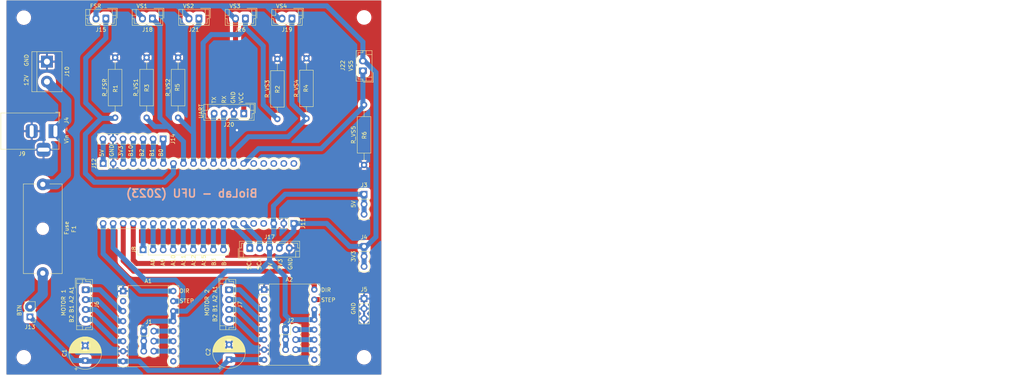
<source format=kicad_pcb>
(kicad_pcb (version 20221018) (generator pcbnew)
  (layers (0 "F.Cu" signal) (31 "B.Cu" signal) (34 "B.Paste" user) (35 "F.Paste" user) (36 "B.SilkS" user "B.Silkscreen") (37 "F.SilkS" user "F.Silkscreen") (38 "B.Mask" user) (39 "F.Mask" user) (44 "Edge.Cuts" user))
  (net 0 "")
  (net 2 "Net-(A1-A2)")
  (net 3 "Net-(A1-A1)")
  (net 4 "Net-(A1-B1)")
  (net 5 "Net-(A1-B2)")
  (net 6 "/12V")
  (net 8 "Net-(A1-M1)")
  (net 9 "/5V")
  (net 10 "/M1_STEP")
  (net 11 "/M1_DIR")
  (net 13 "Net-(A2-A2)")
  (net 14 "Net-(A2-A1)")
  (net 15 "Net-(A2-B1)")
  (net 16 "Net-(A2-B2)")
  (net 18 "Net-(A2-M1)")
  (net 19 "/M2_STEP")
  (net 20 "/M2_DIR")
  (net 21 "/Vin")
  (net 22 "/3v3")
  (net 23 "/MPU_SCA")
  (net 24 "/MPU_SCL")
  (net 25 "/FSR")
  (net 26 "/VS1")
  (net 27 "/VS2")
  (net 28 "/VS3")
  (net 29 "/VS4")
  (net 30 "/VS5")
  (net 31 "Net-(J13-Pin_2)")
  (net 32 "Net-(J11-Pin_16)")
  (net 33 "Net-(J11-Pin_15)")
  (net 34 "Net-(J11-Pin_14)")
  (net 35 "Net-(J11-Pin_13)")
  (net 36 "Net-(J11-Pin_12)")
  (net 37 "Net-(J11-Pin_11)")
  (net 38 "Net-(J11-Pin_10)")
  (net 39 "Net-(J11-Pin_9)")
  (net 40 "Net-(J11-Pin_8)")
  (net 46 "GND")
  (net 47 "Net-(J12-Pin_1)")
  (net 48 "Net-(J12-Pin_3)")
  (net 49 "Net-(J12-Pin_4)")
  (net 50 "Net-(J12-Pin_5)")
  (net 51 "Net-(J12-Pin_6)")
  (net 52 "/UART_TX")
  (net 53 "/UART_RX")
  (net 54 "/SW2")
  (net 55 "/SW1")
  (net 56 "Net-(J12-Pin_7)")
  (net 57 "/M0_1")
  (net 58 "/M2_1")
  (net 59 "/M0_2")
  (net 60 "/M2_2")
  (footprint "MountingHole:MountingHole_3.2mm_M3" (layer "F.Cu") (at 192.075 51.245625)
    (fp_text reference "H1" hide)
    (fp_text value "MountingHole")
  )
  (footprint "Module:Pololu_Breakout-16_15.2x20.3mm" (layer "F.Cu") (at 131.0825 120.615604)
    (fp_text reference "A1")
    (fp_text value "Pololu_Breakout_DRV8825")
  )
  (footprint "Connector_JST:JST_EH_B2B-EH-A_1x02_P2.50mm_Vertical" (layer "F.Cu") (at 150.26 51.545625 180)
    (fp_text reference "J21")
    (fp_text value "VS2")
  )
  (footprint "Resistor_THT:R_Axial_DIN0309_L9.0mm_D3.2mm_P15.24mm_Horizontal" (layer "F.Cu") (at 129.06 61.4172 -90)
    (fp_text reference "R1")
    (fp_text value "R_FSR")
  )
  (footprint "Resistor_THT:R_Axial_DIN0309_L9.0mm_D3.2mm_P15.24mm_Horizontal" (layer "F.Cu") (at 170.13392 61.7474 -90)
    (fp_text reference "R2")
    (fp_text value "R_VS3")
  )
  (footprint "Fuse:Fuseholder_Cylinder-5x20mm_Schurter_0031_8201_Horizontal_Open" (layer "F.Cu") (at 110.745 93.557 -90)
    (fp_text reference "F1")
    (fp_text value "Fuse")
  )
  (footprint "Connector_JST:JST_EH_B2B-EH-A_1x02_P2.50mm_Vertical" (layer "F.Cu") (at 191.775 64.77052 90)
    (fp_text reference "J22")
    (fp_text value "VS5")
  )
  (footprint "Connector_PinHeader_2.54mm:PinHeader_2x03_P2.54mm_Vertical" (layer "F.Cu") (at 172.22 130.38)
    (fp_text reference "J2")
    (fp_text value "Step_Select2")
  )
  (footprint "Capacitor_THT:CP_Radial_D8.0mm_P3.80mm" (layer "F.Cu") (at 121.49 138.222651 90)
    (fp_text reference "C1")
    (fp_text value "100uF")
  )
  (footprint "Connector_PinHeader_2.54mm:PinHeader_1x07_P2.54mm_Vertical" (layer "F.Cu") (at 141.22 82.05 -90)
    (fp_text reference "J14")
    (fp_text value "Conn_Ext2")
  )
  (footprint "Resistor_THT:R_Axial_DIN0309_L9.0mm_D3.2mm_P15.24mm_Horizontal" (layer "F.Cu") (at 177.4952 61.6204 -90)
    (fp_text reference "R4")
    (fp_text value "R_VS4")
  )
  (footprint "Connector_JST:JST_EH_B4B-EH-A_1x04_P2.50mm_Vertical" (layer "F.Cu") (at 157.88 120.280302 -90)
    (fp_text reference "J7")
    (fp_text value "MOTOR2")
  )
  (footprint "Connector_JST:JST_EH_B4B-EH-A_1x04_P2.50mm_Vertical" (layer "F.Cu") (at 121.6025 120.280302 -90)
    (fp_text reference "J6")
    (fp_text value "MOTOR1")
  )
  (footprint "Connector_PinHeader_2.54mm:PinHeader_1x02_P2.54mm_Vertical" (layer "F.Cu") (at 107.495 127.146 180)
    (fp_text reference "J13")
    (fp_text value "Btn_OnOff")
  )
  (footprint "Connector_PinHeader_2.54mm:PinHeader_1x03_P2.54mm_Vertical" (layer "F.Cu") (at 192.075 122.5101)
    (fp_text reference "J5")
    (fp_text value "Conn_Ext_GND")
  )
  (footprint "Connector_PinHeader_2.54mm:PinHeader_1x03_P2.54mm_Vertical" (layer "F.Cu") (at 192.075 96.06031)
    (fp_text reference "J3")
    (fp_text value "Conn_Ex_5V")
  )
  (footprint "Connector_JST:JST_EH_B2B-EH-A_1x02_P2.50mm_Vertical" (layer "F.Cu") (at 173.81 51.545625 180)
    (fp_text reference "J19")
    (fp_text value "VS4")
  )
  (footprint "Connector_JST:JST_EH_B2B-EH-A_1x02_P2.50mm_Vertical" (layer "F.Cu") (at 162.035 51.545625 180)
    (fp_text reference "J16")
    (fp_text value "VS3")
  )
  (footprint "Connector_PinHeader_2.54mm:PinHeader_1x09_P2.54mm_Vertical" (layer "F.Cu") (at 136.15 110.15 90)
    (fp_text reference "J8")
    (fp_text value "Conn_Extra")
  )
  (footprint "MountingHole:MountingHole_3.2mm_M3" (layer "F.Cu") (at 105.945 137.385)
    (fp_text reference "H3" hide)
    (fp_text value "MountingHole")
  )
  (footprint "Connector_BarrelJack:BarrelJack_Horizontal" (layer "F.Cu") (at 113.94 80.068)
    (fp_text reference "J9")
    (fp_text value "Font")
  )
  (footprint "Connector_PinHeader_2.54mm:PinHeader_2x03_P2.54mm_Vertical" (layer "F.Cu") (at 136.305 130.755)
    (fp_text reference "J1")
    (fp_text value "Step_Select1")
  )
  (footprint "TerminalBlock:TerminalBlock_bornier-2_P5.08mm" (layer "F.Cu") (at 111.795 62.454 -90)
    (fp_text reference "J10")
    (fp_text value "VIN")
  )
  (footprint "MountingHole:MountingHole_3.2mm_M3" (layer "F.Cu") (at 192.075 137.385)
    (fp_text reference "H4" hide)
    (fp_text value "MountingHole")
  )
  (footprint "MountingHole:MountingHole_3.2mm_M3" (layer "F.Cu") (at 105.945 51.305)
    (fp_text reference "H2" hide)
    (fp_text value "MountingHole")
  )
  (footprint "Capacitor_THT:CP_Radial_D8.0mm_P3.80mm" (layer "F.Cu") (at 157.88 137.972651 90)
    (fp_text reference "C2")
    (fp_text value "100uF")
  )
  (footprint "Resistor_THT:R_Axial_DIN0309_L9.0mm_D3.2mm_P15.24mm_Horizontal" (layer "F.Cu") (at 192.075 88.635415 90)
    (fp_text reference "R6")
    (fp_text value "R_VS5")
  )
  (footprint "Resistor_THT:R_Axial_DIN0309_L9.0mm_D3.2mm_P15.24mm_Horizontal" (layer "F.Cu") (at 145.00176 61.4172 -90)
    (fp_text reference "R5")
    (fp_text value "R_VS2")
  )
  (footprint "Connector_PinHeader_2.54mm:PinHeader_1x20_P2.54mm_Vertical" (layer "F.Cu") (at 174.29 103.47 -90)
    (fp_text reference "J11")
    (fp_text value "STM32F4")
  )
  (footprint "Resistor_THT:R_Axial_DIN0309_L9.0mm_D3.2mm_P15.24mm_Horizontal" (layer "F.Cu") (at 137.03088 61.4172 -90)
    (fp_text reference "R3")
    (fp_text value "R_VS1")
  )
  (footprint "Connector_JST:JST_EH_B4B-EH-A_1x04_P2.50mm_Vertical" (layer "F.Cu") (at 161.62264 75.6072 180)
    (fp_text reference "J20")
    (fp_text value "UART")
  )
  (footprint "Module:Pololu_Breakout-16_15.2x20.3mm" (layer "F.Cu") (at 166.78 120.230302)
    (fp_text reference "A2")
    (fp_text value "Pololu_Breakout_DRV8825")
  )
  (footprint "Connector_PinHeader_2.54mm:PinHeader_1x03_P2.54mm_Vertical" (layer "F.Cu") (at 192.075 109.285205)
    (fp_text reference "J4")
    (fp_text value "Conn_Ex_3v3")
  )
  (footprint "Connector_JST:JST_EH_B5B-EH-A_1x05_P2.50mm_Vertical" (layer "F.Cu") (at 163.14 109.7)
    (fp_text reference "J17")
    (fp_text value "MPU")
  )
  (footprint "Connector_PinHeader_2.54mm:PinHeader_1x20_P2.54mm_Vertical" (layer "F.Cu") (at 126.04 88.27 90)
    (fp_text reference "J12")
    (fp_text value "STM32F4")
  )
  (footprint "Connector_JST:JST_EH_B2B-EH-A_1x02_P2.50mm_Vertical" (layer "F.Cu") (at 126.71 51.545625 180)
    (fp_text reference "J15")
    (fp_text value "FSR")
  )
  (footprint "Connector_JST:JST_EH_B2B-EH-A_1x02_P2.50mm_Vertical" (layer "F.Cu") (at 138.485 51.545625 180)
    (fp_text reference "J18")
    (fp_text value "VS1")
  )
  (gr_rect (start 101.52 46.88) (end 196.5 141.81) (stroke (width 0.1)) (fill none) (layer "Edge.Cuts"))
  (gr_text "BioLab - UFU (2023)" (at 165.354 97.028) (layer "B.SilkS") (effects (font (size 2 2) (thickness 0.4) bold) (justify left bottom mirror)))
  (gr_text "Fuse\n" (at 117.348 106.426 90) (layer "F.SilkS") (effects (font (size 1 1)) (justify left bottom)))
  (gr_text "B2" (at 154.94 128.524 90) (layer "F.SilkS") (effects (font (size 1 1)) (justify left bottom)))
  (gr_text "BTN" (at 105.41 127 90) (layer "F.SilkS") (effects (font (size 1 1)) (justify left bottom)))
  (gr_text "VS4\n" (at 169.7 48.9712) (layer "F.SilkS") (effects (font (size 1 1)) (justify left bottom)))
  (gr_text "R_FSR\n" (at 127 71.410415 90) (layer "F.SilkS") (effects (font (size 1 1)) (justify left bottom)))
  (gr_text "R_VS3\n" (at 168.148 71.716805 90) (layer "F.SilkS") (effects (font (size 1 1)) (justify left bottom)))
  (gr_text "TX" (at 154.686 73.152 90) (layer "F.SilkS") (effects (font (size 1 1)) (justify left bottom)))
  (gr_text "A10" (at 144.34457 114.3 90) (layer "F.SilkS") (effects (font (size 1 1)) (justify left bottom)))
  (gr_text "B0" (at 141.224 86.614 90) (layer "F.SilkS") (effects (font (size 1 1)) (justify left bottom)))
  (gr_text "B2" (at 136.398 86.614 90) (layer "F.SilkS") (effects (font (size 1 1)) (justify left bottom)))
  (gr_text "R_VS5\n" (at 189.9666 83.36482 90) (layer "F.SilkS") (effects (font (size 1 1)) (justify left bottom)))
  (gr_text "DIR" (at 145.288 121.158) (layer "F.SilkS") (effects (font (size 1 1)) (justify left bottom)))
  (gr_text "STEP" (at 145.288 123.698) (layer "F.SilkS") (effects (font (size 1 1)) (justify left bottom)))
  (gr_text "A15" (at 152.073425 114.3 90) (layer "F.SilkS") (effects (font (size 1 1)) (justify left bottom)))
  (gr_text "VS5\n" (at 189.3062 64.9732 90) (layer "F.SilkS") (effects (font (size 1 1)) (justify left bottom)))
  (gr_text "VS1\n" (at 134.375 48.9712) (layer "F.SilkS") (effects (font (size 1 1)) (justify left bottom)))
  (gr_text "SCL" (at 163.576 115.316 90) (layer "F.SilkS") (effects (font (size 1 1)) (justify left bottom)))
  (gr_text "SCA" (at 166.116 115.316 90) (layer "F.SilkS") (effects (font (size 1 1)) (justify left bottom)))
  (gr_text "RX" (at 157.226 73.152 90) (layer "F.SilkS") (effects (font (size 1 1)) (justify left bottom)))
  (gr_text "VCC" (at 161.544 73.152 90) (layer "F.SilkS") (effects (font (size 1 1)) (justify left bottom)))
  (gr_text "A1" (at 154.94 121.158 90) (layer "F.SilkS") (effects (font (size 1 1)) (justify left bottom)))
  (gr_text "DIR" (at 181.102 120.904) (layer "F.SilkS") (effects (font (size 1 1)) (justify left bottom)))
  (gr_text "12V\n" (at 107.1626 68.6816 90) (layer "F.SilkS") (effects (font (size 1 1)) (justify left bottom)))
  (gr_text "B1" (at 154.94 126.021047 90) (layer "F.SilkS") (effects (font (size 1 1)) (justify left bottom)))
  (gr_text "A2" (at 118.618 123.698 90) (layer "F.SilkS") (effects (font (size 1 1)) (justify left bottom)))
  (gr_text "R_VS1\n" (at 134.874 71.386605 90) (layer "F.SilkS") (effects (font (size 1 1)) (justify left bottom)))
  (gr_text "GND" (at 159.512 73.152 90) (layer "F.SilkS") (effects (font (size 1 1)) (justify left bottom)))
  (gr_text "A9" (at 141.768285 114.3 90) (layer "F.SilkS") (effects (font (size 1 1)) (justify left bottom)))
  (gr_text "A2" (at 154.94 123.518095 90) (layer "F.SilkS") (effects (font (size 1 1)) (justify left bottom)))
  (gr_text "GND\n" (at 107.2134 63.7286 90) (layer "F.SilkS") (effects (font (size 1 1)) (justify left bottom)))
  (gr_text "B1" (at 138.938 86.614 90) (layer "F.SilkS") (effects (font (size 1 1)) (justify left bottom)))
  (gr_text "B3" (at 154.64971 114.3 90) (layer "F.SilkS") (effects (font (size 1 1)) (justify left bottom)))
  (gr_text "3V3" (at 131.064 86.614 90) (layer "F.SilkS") (effects (font (size 1 1)) (justify left bottom)))
  (gr_text "R_VS4\n" (at 175.514 71.589805 90) (layer "F.SilkS") (effects (font (size 1 1)) (justify left bottom)))
  (gr_text "STEP" (at 181.102 123.444) (layer "F.SilkS") (effects (font (size 1 1)) (justify left bottom)))
  (gr_text "VS3\n" (at 157.925 48.9712) (layer "F.SilkS") (effects (font (size 1 1)) (justify left bottom)))
  (gr_text "B4" (at 157.226 114.3 90) (layer "F.SilkS") (effects (font (size 1 1)) (justify left bottom)))
  (gr_text "GND\n" (at 189.9666 126.64641 90) (layer "F.SilkS") (effects (font (size 1 1)) (justify left bottom)))
  (gr_text "B2" (at 118.618 128.703905 90) (layer "F.SilkS") (effects (font (size 1 1)) (justify left bottom)))
  (gr_text "MOTOR 1" (at 116.586 127 90) (layer "F.SilkS") (effects (font (size 1 1)) (justify left bottom)))
  (gr_text "GND" (at 128.778 86.614 90) (layer "F.SilkS") (effects (font (size 1 1)) (justify left bottom)))
  (gr_text "B10" (at 133.604 86.614 90) (layer "F.SilkS") (effects (font (size 1 1)) (justify left bottom)))
  (gr_text "VS2\n" (at 146.15 48.9712) (layer "F.SilkS") (effects (font (size 1 1)) (justify left bottom)))
  (gr_text "A1" (at 118.618 121.337905 90) (layer "F.SilkS") (effects (font (size 1 1)) (justify left bottom)))
  (gr_text "Vin - J4\n" (at 117.348 83.312 90) (layer "F.SilkS") (effects (font (size 1 1)) (justify left bottom)))
  (gr_text "A12" (at 149.49714 114.3 90) (layer "F.SilkS") (effects (font (size 1 1)) (justify left bottom)))
  (gr_text "3V3" (at 171.45 115.316 90) (layer "F.SilkS") (effects (font (size 1 1)) (justify left bottom)))
  (gr_text "R_VS2\n" (at 143.002 71.386605 90) (layer "F.SilkS") (effects (font (size 1 1)) (justify left bottom)))
  (gr_text "A8" (at 139.192 114.3 90) (layer "F.SilkS") (effects (font (size 1 1)) (justify left bottom)))
  (gr_text "3V3\n" (at 189.9666 113.278658 90) (layer "F.SilkS") (effects (font (size 1 1)) (justify left bottom)))
  (gr_text "UART\n" (at 151.384 76.962 90) (layer "F.SilkS") (effects (font (size 1 1)) (justify left bottom)))
  (gr_text "5V" (at 168.91 115.316 90) (layer "F.SilkS") (effects (font (size 1 1)) (justify left bottom)))
  (gr_text "5V\n" (at 189.9666 99.577572 90) (layer "F.SilkS") (effects (font (size 1 1)) (justify left bottom)))
  (gr_text "B1" (at 118.618 126.200952 90) (layer "F.SilkS") (effects (font (size 1 1)) (justify left bottom)))
  (gr_text "FSR\n" (at 122.6 48.9712) (layer "F.SilkS") (effects (font (size 1 1)) (justify left bottom)))
  (gr_text "GND" (at 173.99 115.316 90) (layer "F.SilkS") (effects (font (size 1 1)) (justify left bottom)))
  (gr_text "A11" (at 146.920855 114.3 90) (layer "F.SilkS") (effects (font (size 1 1)) (justify left bottom)))
  (gr_text "5V" (at 126.238 86.614 90) (layer "F.SilkS") (effects (font (size 1 1)) (justify left bottom)))
  (gr_text "MOTOR 2" (at 152.908 127 90) (layer "F.SilkS") (effects (font (size 1 1)) (justify left bottom)))
  (segment (start 125.220302 120.280302) (end 130.635604 125.695604) (width 1.27) (layer "B.Cu") (net 2))
  (segment (start 121.6025 120.280302) (end 125.220302 120.280302) (width 1.27) (layer "B.Cu") (net 2))
  (segment (start 130.635604 125.695604) (end 131.0825 125.695604) (width 1.27) (layer "B.Cu") (net 2))
  (segment (start 121.6025 122.780302) (end 124.500302 122.780302) (width 1.27) (layer "B.Cu") (net 3))
  (segment (start 124.500302 122.780302) (end 129.955604 128.235604) (width 1.27) (layer "B.Cu") (net 3))
  (segment (start 129.955604 128.235604) (end 131.0825 128.235604) (width 1.27) (layer "B.Cu") (net 3))
  (segment (start 124.030302 125.280302) (end 129.525604 130.775604) (width 1.27) (layer "B.Cu") (net 4))
  (segment (start 121.6025 125.280302) (end 124.030302 125.280302) (width 1.27) (layer "B.Cu") (net 4))
  (segment (start 129.525604 130.775604) (end 131.0825 130.775604) (width 1.27) (layer "B.Cu") (net 4))
  (segment (start 121.6025 127.780302) (end 123.540302 127.780302) (width 1.27) (layer "B.Cu") (net 5))
  (segment (start 129.075604 133.315604) (end 131.0825 133.315604) (width 1.27) (layer "B.Cu") (net 5))
  (segment (start 123.540302 127.780302) (end 129.075604 133.315604) (width 1.27) (layer "B.Cu") (net 5))
  (segment (start 118.571651 138.222651) (end 107.495 127.146) (width 1.27) (layer "B.Cu") (net 6))
  (segment (start 155.162651 140.69) (end 157.88 137.972651) (width 1.27) (layer "B.Cu") (net 6))
  (segment (start 121.662953 138.395604) (end 121.49 138.222651) (width 1.27) (layer "B.Cu") (net 6))
  (segment (start 135.165604 138.395604) (end 137.46 140.69) (width 1.27) (layer "B.Cu") (net 6))
  (segment (start 131.0825 138.395604) (end 135.165604 138.395604) (width 1.27) (layer "B.Cu") (net 6))
  (segment (start 157.88 137.972651) (end 166.742349 137.972651) (width 1.27) (layer "B.Cu") (net 6))
  (segment (start 131.0825 138.395604) (end 121.662953 138.395604) (width 1.27) (layer "B.Cu") (net 6))
  (segment (start 137.46 140.69) (end 155.162651 140.69) (width 1.27) (layer "B.Cu") (net 6))
  (segment (start 121.49 138.222651) (end 118.571651 138.222651) (width 1.27) (layer "B.Cu") (net 6))
  (segment (start 166.742349 137.972651) (end 166.78 138.010302) (width 1.27) (layer "B.Cu") (net 6))
  (segment (start 138.845 133.295) (end 143.761896 133.295) (width 1.27) (layer "B.Cu") (net 8))
  (segment (start 143.761896 133.295) (end 143.7825 133.315604) (width 1.27) (layer "B.Cu") (net 8))
  (segment (start 147.049596 125.695604) (end 157.226 115.5192) (width 1.27) (layer "B.Cu") (net 9))
  (segment (start 136.305 130.755) (end 136.305 129.565) (width 1.27) (layer "B.Cu") (net 9))
  (segment (start 143.7825 125.695604) (end 147.049596 125.695604) (width 1.27) (layer "B.Cu") (net 9))
  (segment (start 179.48 127.850302) (end 179.48 125.310302) (width 1.27) (layer "B.Cu") (net 9))
  (segment (start 169.13 99.04) (end 172.10969 96.06031) (width 1.27) (layer "B.Cu") (net 9))
  (segment (start 172.10969 96.06031) (end 192.075 96.06031) (width 1.27) (layer "B.Cu") (net 9))
  (segment (start 172.22 128.95) (end 173.319698 127.850302) (width 1.27) (layer "B.Cu") (net 9))
  (segment (start 172.22 130.38) (end 172.22 128.95) (width 1.27) (layer "B.Cu") (net 9))
  (segment (start 168.14 109.7) (end 168.14 107.37) (width 1.27) (layer "B.Cu") (net 9))
  (segment (start 169.21 106.3) (end 169.21 103.47) (width 1.27) (layer "B.Cu") (net 9))
  (segment (start 169.21 103.47) (end 169.13 103.39) (width 1.27) (layer "B.Cu") (net 9))
  (segment (start 168.14 109.7) (end 168.14 112.98) (width 1.27) (layer "B.Cu") (net 9))
  (segment (start 165.6008 115.5192) (end 168.14 112.98) (width 1.27) (layer "B.Cu") (net 9))
  (segment (start 169.13 103.39) (end 169.13 99.04) (width 1.27) (layer "B.Cu") (net 9))
  (segment (start 136.305 135.835) (end 136.305 133.295) (width 1.27) (layer "B.Cu") (net 9))
  (segment (start 137.634396 128.235604) (end 143.7825 128.235604) (width 1.27) (layer "B.Cu") (net 9))
  (segment (start 173.319698 127.850302) (end 179.48 127.850302) (width 1.27) (layer "B.Cu") (net 9))
  (segment (start 172.22 135.46) (end 172.22 132.92) (width 1.27) (layer "B.Cu") (net 9))
  (segment (start 143.7825 128.235604) (end 143.7825 125.695604) (width 1.27) (layer "B.Cu") (net 9))
  (segment (start 168.14 107.37) (end 169.21 106.3) (width 1.27) (layer "B.Cu") (net 9))
  (segment (start 157.226 115.5192) (end 165.6008 115.5192) (width 1.27) (layer "B.Cu") (net 9))
  (segment (start 192.075 101.14031) (end 192.075 98.60031) (width 1.27) (layer "B.Cu") (net 9))
  (segment (start 136.305 129.565) (end 137.634396 128.235604) (width 1.27) (layer "B.Cu") (net 9))
  (segment (start 168.14 112.98) (end 172.1 116.94) (width 1.27) (layer "B.Cu") (net 9))
  (segment (start 172.22 130.38) (end 172.22 132.92) (width 1.27) (layer "B.Cu") (net 9))
  (segment (start 172.1 126.630604) (end 173.319698 127.850302) (width 1.27) (layer "B.Cu") (net 9))
  (segment (start 136.305 133.295) (end 136.305 130.755) (width 1.27) (layer "B.Cu") (net 9))
  (segment (start 172.1 116.94) (end 172.1 126.630604) (width 1.27) (layer "B.Cu") (net 9))
  (segment (start 192.075 96.06031) (end 192.075 98.60031) (width 1.27) (layer "B.Cu") (net 9))
  (segment (start 144.34 117.8) (end 136.67 117.8) (width 1.27) (layer "B.Cu") (net 10))
  (segment (start 128.57 109.7) (end 128.57 103.47) (width 1.27) (layer "B.Cu") (net 10))
  (segment (start 143.7825 123.155604) (end 145.654396 123.155604) (width 1.27) (layer "B.Cu") (net 10))
  (segment (start 146.21 122.6) (end 146.21 119.67) (width 1.27) (layer "B.Cu") (net 10))
  (segment (start 145.654396 123.155604) (end 146.21 122.6) (width 1.27) (layer "B.Cu") (net 10))
  (segment (start 146.21 119.67) (end 144.34 117.8) (width 1.27) (layer "B.Cu") (net 10))
  (segment (start 136.67 117.8) (end 128.57 109.7) (width 1.27) (layer "B.Cu") (net 10))
  (segment (start 126.03 111.15) (end 135.495604 120.615604) (width 1.27) (layer "B.Cu") (net 11))
  (segment (start 126.03 103.47) (end 126.03 111.15) (width 1.27) (layer "B.Cu") (net 11))
  (segment (start 135.495604 120.615604) (end 143.7825 120.615604) (width 1.27) (layer "B.Cu") (net 11))
  (segment (start 165.610302 125.310302) (end 160.580302 120.280302) (width 1.27) (layer "B.Cu") (net 13))
  (segment (start 160.580302 120.280302) (end 157.88 120.280302) (width 1.27) (layer "B.Cu") (net 13))
  (segment (start 166.78 125.310302) (end 165.610302 125.310302) (width 1.27) (layer "B.Cu") (net 13))
  (segment (start 160.390302 122.780302) (end 157.88 122.780302) (width 1.27) (layer "B.Cu") (net 14))
  (segment (start 166.78 127.850302) (end 165.460302 127.850302) (width 1.27) (layer "B.Cu") (net 14))
  (segment (start 165.460302 127.850302) (end 160.390302 122.780302) (width 1.27) (layer "B.Cu") (net 14))
  (segment (start 166.78 130.390302) (end 165.200302 130.390302) (width 1.27) (layer "B.Cu") (net 15))
  (segment (start 160.090302 125.280302) (end 157.88 125.280302) (width 1.27) (layer "B.Cu") (net 15))
  (segment (start 165.200302 130.390302) (end 160.090302 125.280302) (width 1.27) (layer "B.Cu") (net 15))
  (segment (start 164.750302 132.930302) (end 166.78 132.930302) (width 1.27) (layer "B.Cu") (net 16))
  (segment (start 159.600302 127.780302) (end 164.750302 132.930302) (width 1.27) (layer "B.Cu") (net 16))
  (segment (start 157.88 127.780302) (end 159.600302 127.780302) (width 1.27) (layer "B.Cu") (net 16))
  (segment (start 179.469698 132.92) (end 179.48 132.930302) (width 1.27) (layer "B.Cu") (net 18))
  (segment (start 174.76 132.92) (end 179.469698 132.92) (width 1.27) (layer "B.Cu") (net 18))
  (segment (start 182.63 121.37) (end 181.229698 122.770302) (width 1.27) (layer "F.Cu") (net 19))
  (segment (start 134.5242 113.6142) (end 179.7842 113.6142) (width 1.27) (layer "F.Cu") (net 19))
  (segment (start 133.65 103.47) (end 133.65 112.74) (width 1.27) (layer "F.Cu") (net 19))
  (segment (start 181.229698 122.770302) (end 179.48 122.770302) (width 1.27) (layer "F.Cu") (net 19))
  (segment (start 133.65 112.74) (end 134.5242 113.6142) (width 1.27) (layer "F.Cu") (net 19))
  (segment (start 179.7842 113.6142) (end 182.63 116.46) (width 1.27) (layer "F.Cu") (net 19))
  (segment (start 182.63 116.46) (end 182.63 121.37) (width 1.27) (layer "F.Cu") (net 19))
  (segment (start 179.48 118.94) (end 176.11 115.57) (width 1.27) (layer "F.Cu") (net 20))
  (segment (start 133.74 115.57) (end 131.11 112.94) (width 1.27) (layer "F.Cu") (net 20))
  (segment (start 176.11 115.57) (end 133.74 115.57) (width 1.27) (layer "F.Cu") (net 20))
  (segment (start 179.48 120.230302) (end 179.48 118.94) (width 1.27) (layer "F.Cu") (net 20))
  (segment (start 131.11 112.94) (end 131.11 103.47) (width 1.27) (layer "F.Cu") (net 20))
  (segment (start 113.94 80.068) (end 116.72 77.288) (width 2.54) (layer "B.Cu") (net 21))
  (segment (start 116.61 82.738) (end 113.94 80.068) (width 2.54) (layer "B.Cu") (net 21))
  (segment (start 116.72 77.288) (end 116.72 72.459) (width 2.54) (layer "B.Cu") (net 21))
  (segment (start 114.073 93.557) (end 116.61 91.02) (width 2.54) (layer "B.Cu") (net 21))
  (segment (start 110.745 93.557) (end 114.073 93.557) (width 2.54) (layer "B.Cu") (net 21))
  (segment (start 116.72 72.459) (end 111.795 67.534) (width 2.54) (layer "B.Cu") (net 21))
  (segment (start 116.61 91.02) (end 116.61 82.738) (width 2.54) (layer "B.Cu") (net 21))
  (segment (start 159.535 71.0414) (end 159.535 51.545625) (width 1.27) (layer "F.Cu") (net 22))
  (segment (start 161.62264 73.12904) (end 159.535 71.0414) (width 1.27) (layer "F.Cu") (net 22))
  (segment (start 161.62264 75.6072) (end 161.62264 73.12904) (width 1.27) (layer "F.Cu") (net 22))
  (segment (start 195.08 65.191098) (end 192.159422 62.27052) (width 1.27) (layer "B.Cu") (net 22))
  (segment (start 182.64 48.32) (end 191.775 57.455) (width 1.27) (layer "B.Cu") (net 22))
  (segment (start 192.075 109.285205) (end 192.654795 109.285205) (width 1.27) (layer "B.Cu") (net 22))
  (segment (start 170.64 109.0648) (end 174.29 105.4148) (width 1.27) (layer "B.Cu") (net 22))
  (segment (start 159.334025 51.545625) (end 156.1084 48.32) (width 1.27) (layer "B.Cu") (net 22))
  (segment (start 188.406205 109.285205) (end 182.591 103.47) (width 1.27) (layer "B.Cu") (net 22))
  (segment (start 182.591 103.47) (end 174.29 103.47) (width 1.27) (layer "B.Cu") (net 22))
  (segment (start 192.075 114.365205) (end 192.075 111.825205) (width 1.27) (layer "B.Cu") (net 22))
  (segment (start 156.1084 48.32) (end 167.3352 48.32) (width 1.27) (layer "B.Cu") (net 22))
  (segment (start 191.775 57.455) (end 191.775 62.27052) (width 1.27) (layer "B.Cu") (net 22))
  (segment (start 159.535 51.545625) (end 159.334025 51.545625) (width 1.27) (layer "B.Cu") (net 22))
  (segment (start 144.78 48.32) (end 156.1084 48.32) (width 1.27) (layer "B.Cu") (net 22))
  (segment (start 167.3352 48.32) (end 182.64 48.32) (width 1.27) (layer "B.Cu") (net 22))
  (segment (start 192.075 111.825205) (end 192.075 109.285205) (width 1.27) (layer "B.Cu") (net 22))
  (segment (start 171.31 51.545625) (end 170.560825 51.545625) (width 1.27) (layer "B.Cu") (net 22))
  (segment (start 147.76 51.545625) (end 147.76 51.3) (width 1.27) (layer "B.Cu") (net 22))
  (segment (start 192.159422 62.27052) (end 191.775 62.27052) (width 1.27) (layer "B.Cu") (net 22))
  (segment (start 135.584375 50.864375) (end 133.04 48.32) (width 1.27) (layer "B.Cu") (net 22))
  (segment (start 170.64 109.7) (end 170.64 109.0648) (width 1.27) (layer "B.Cu") (net 22))
  (segment (start 133.04 48.32) (end 144.78 48.32) (width 1.27) (layer "B.Cu") (net 22))
  (segment (start 192.075 109.285205) (end 188.406205 109.285205) (width 1.27) (layer "B.Cu") (net 22))
  (segment (start 174.29 105.4148) (end 174.29 103.47) (width 1.27) (layer "B.Cu") (net 22))
  (segment (start 195.08 106.86) (end 195.08 65.191098) (width 1.27) (layer "B.Cu") (net 22))
  (segment (start 124.21 50.864375) (end 124.21 49.83) (width 1.27) (layer "B.Cu") (net 22))
  (segment (start 170.560825 51.545625) (end 167.3352 48.32) (width 1.27) (layer "B.Cu") (net 22))
  (segment (start 124.21 49.83) (end 125.72 48.32) (width 1.27) (layer "B.Cu") (net 22))
  (segment (start 147.76 51.3) (end 144.78 48.32) (width 1.27) (layer "B.Cu") (net 22))
  (segment (start 125.72 48.32) (end 133.04 48.32) (width 1.27) (layer "B.Cu") (net 22))
  (segment (start 192.654795 109.285205) (end 195.08 106.86) (width 1.27) (layer "B.Cu") (net 22))
  (segment (start 165.64 107.59) (end 161.59 103.54) (width 1.27) (layer "B.Cu") (net 23))
  (segment (start 165.64 109.7) (end 165.64 107.59) (width 1.27) (layer "B.Cu") (net 23))
  (segment (start 161.59 103.54) (end 161.59 103.47) (width 1.27) (layer "B.Cu") (net 23))
  (segment (start 163.14 108.14) (end 163.14 109.7) (width 1.27) (layer "B.Cu") (net 24))
  (segment (start 159.05 104.05) (end 163.14 108.14) (width 1.27) (layer "B.Cu") (net 24))
  (segment (start 159.05 103.47) (end 159.05 104.05) (width 1.27) (layer "B.Cu") (net 24))
  (segment (start 126.71 56.48) (end 126.71 51.545625) (width 1.27) (layer "B.Cu") (net 25))
  (segment (start 141.54 93.02) (end 143.82 90.74) (width 1.27) (layer "B.Cu") (net 25))
  (segment (start 129.06 76.83) (end 125.55 76.83) (width 1.27) (layer "B.Cu") (net 25))
  (segment (start 121.62 72.9) (end 125.55 76.83) (width 1.27) (layer "B.Cu") (net 25))
  (segment (start 121.62 61.57) (end 121.62 72.9) (width 1.27) (layer "B.Cu") (net 25))
  (segment (start 123.78 93.02) (end 141.54 93.02) (width 1.27) (layer "B.Cu") (net 25))
  (segment (start 143.82 90.74) (end 143.82 88.27) (width 1.27) (layer "B.Cu") (net 25))
  (segment (start 121.54 90.78) (end 123.78 93.02) (width 1.27) (layer "B.Cu") (net 25))
  (segment (start 121.54 80.84) (end 121.54 90.78) (width 1.27) (layer "B.Cu") (net 25))
  (segment (start 126.71 56.48) (end 121.62 61.57) (width 1.27) (layer "B.Cu") (net 25))
  (segment (start 125.55 76.83) (end 121.54 80.84) (width 1.27) (layer "B.Cu") (net 25))
  (segment (start 138.485 51.545625) (end 140.4 53.460625) (width 1.27) (layer "B.Cu") (net 26))
  (segment (start 141.4526 78.9178) (end 139.0978 78.9178) (width 1.27) (layer "B.Cu") (net 26))
  (segment (start 146.36 82.72) (end 142.53 78.89) (width 1.27) (layer "B.Cu") (net 26))
  (segment (start 139.0978 78.9178) (end 137.01 76.83) (width 1.27) (layer "B.Cu") (net 26))
  (segment (start 141.4804 78.89) (end 141.4526 78.9178) (width 1.27) (layer "B.Cu") (net 26))
  (segment (start 140.4 76.73) (end 142.56 78.89) (width 1.27) (layer "B.Cu") (net 26))
  (segment (start 140.4 53.460625) (end 140.4 76.73) (width 1.27) (layer "B.Cu") (net 26))
  (segment (start 146.36 88.27) (end 146.36 82.72) (width 1.27) (layer "B.Cu") (net 26))
  (segment (start 142.53 78.89) (end 141.4804 78.89) (width 1.27) (layer "B.Cu") (net 26))
  (segment (start 148.9 80.55544) (end 148.8694 80.52484) (width 1.27) (layer "B.Cu") (net 27))
  (segment (start 148.8694 54.5084) (end 150.26 53.1178) (width 1.27) (layer "B.Cu") (net 27))
  (segment (start 148.9 88.27) (end 148.9 80.55544) (width 1.27) (layer "B.Cu") (net 27))
  (segment (start 148.8694 80.52484) (end 148.8694 54.5084) (width 1.27) (layer "B.Cu") (net 27))
  (segment (start 150.26 53.1178) (end 150.26 51.545625) (width 1.27) (layer "B.Cu") (net 27))
  (segment (start 148.9 80.55544) (end 145.00176 76.6572) (width 1.27) (layer "B.Cu") (net 27))
  (segment (start 151.44 88.27) (end 151.3332 88.1632) (width 1.27) (layer "B.Cu") (net 28))
  (segment (start 166.5478 58.4794) (end 166.5478 73.40128) (width 1.27) (layer "B.Cu") (net 28))
  (segment (start 153.416 55.6006) (end 160.401 55.6006) (width 1.27) (layer "B.Cu") (net 28))
  (segment (start 151.3332 57.6834) (end 153.416 55.6006) (width 1.27) (layer "B.Cu") (net 28))
  (segment (start 151.3332 88.1632) (end 151.3332 57.6834) (width 1.27) (layer "B.Cu") (net 28))
  (segment (start 160.401 55.6006) (end 162.035 53.9666) (width 1.27) (layer "B.Cu") (net 28))
  (segment (start 162.035 53.9666) (end 162.035 51.545625) (width 1.27) (layer "B.Cu") (net 28))
  (segment (start 162.035 53.9666) (end 166.5478 58.4794) (width 1.27) (layer "B.Cu") (net 28))
  (segment (start 166.5478 73.40128) (end 170.13392 76.9874) (width 1.27) (layer "B.Cu") (net 28))
  (segment (start 159.06 88.27) (end 159.06 85.2626) (width 1.27) (layer "B.Cu") (net 29))
  (segment (start 159.06 85.2626) (end 162.8394 81.4832) (width 1.27) (layer "B.Cu") (net 29))
  (segment (start 172.8724 81.4832) (end 177.4952 76.8604) (width 1.27) (layer "B.Cu") (net 29))
  (segment (start 162.8394 81.4832) (end 172.8724 81.4832) (width 1.27) (layer "B.Cu") (net 29))
  (segment (start 173.81 51.545625) (end 173.81 73.1752) (width 1.27) (layer "B.Cu") (net 29))
  (segment (start 173.81 73.1752) (end 177.4952 76.8604) (width 1.27) (layer "B.Cu") (net 29))
  (segment (start 191.775 64.77052) (end 191.775 73.095415) (width 1.27) (layer "B.Cu") (net 30))
  (segment (start 161.6 88.27) (end 165.3642 84.5058) (width 1.27) (layer "B.Cu") (net 30))
  (segment (start 191.775 73.955) (end 191.775 73.095415) (width 1.27) (layer "B.Cu") (net 30))
  (segment (start 191.775 73.095415) (end 192.075 73.395415) (width 1.27) (layer "B.Cu") (net 30))
  (segment (start 181.2242 84.5058) (end 191.775 73.955) (width 1.27) (layer "B.Cu") (net 30))
  (segment (start 165.3642 84.5058) (end 181.2242 84.5058) (width 1.27) (layer "B.Cu") (net 30))
  (segment (start 110.745 121.356) (end 110.745 116.057) (width 2.54) (layer "B.Cu") (net 31))
  (segment (start 107.495 124.606) (end 110.745 121.356) (width 2.54) (layer "B.Cu") (net 31))
  (segment (start 136.15 103.51) (end 136.19 103.47) (width 1.27) (layer "B.Cu") (net 32))
  (segment (start 136.15 110.15) (end 136.15 103.51) (width 1.27) (layer "B.Cu") (net 32))
  (segment (start 138.69 103.51) (end 138.73 103.47) (width 1.27) (layer "B.Cu") (net 33))
  (segment (start 138.69 110.15) (end 138.69 103.51) (width 1.27) (layer "B.Cu") (net 33))
  (segment (start 141.23 103.51) (end 141.27 103.47) (width 1.27) (layer "B.Cu") (net 34))
  (segment (start 141.23 110.15) (end 141.23 103.51) (width 1.27) (layer "B.Cu") (net 34))
  (segment (start 143.77 103.51) (end 143.81 103.47) (width 1.27) (layer "B.Cu") (net 35))
  (segment (start 143.77 110.15) (end 143.77 103.51) (width 1.27) (layer "B.Cu") (net 35))
  (segment (start 146.31 103.51) (end 146.35 103.47) (width 1.27) (layer "B.Cu") (net 36))
  (segment (start 146.31 110.15) (end 146.31 103.51) (width 1.27) (layer "B.Cu") (net 36))
  (segment (start 148.85 110.15) (end 148.85 103.51) (width 1.27) (layer "B.Cu") (net 37))
  (segment (start 148.85 103.51) (end 148.89 103.47) (width 1.27) (layer "B.Cu") (net 37))
  (segment (start 151.39 110.15) (end 151.39 103.51) (width 1.27) (layer "B.Cu") (net 38))
  (segment (start 151.39 103.51) (end 151.43 103.47) (width 1.27) (layer "B.Cu") (net 38))
  (segment (start 153.93 110.15) (end 153.93 103.51) (width 1.27) (layer "B.Cu") (net 39))
  (segment (start 153.93 103.51) (end 153.97 103.47) (width 1.27) (layer "B.Cu") (net 39))
  (segment (start 156.47 103.51) (end 156.51 103.47) (width 1.27) (layer "B.Cu") (net 40))
  (segment (start 156.47 110.15) (end 156.47 103.51) (width 1.27) (layer "B.Cu") (net 40))
  (via (at 159.89 79.82) (size 1) (drill 0.6) (layers "F.Cu" "B.Cu") (net 46))
  (segment (start 159.89 79.82) (end 159.06 78.99) (width 1.27) (layer "B.Cu") (net 46))
  (segment (start 159.06 78.99) (end 159.06 75.78) (width 1.27) (layer "B.Cu") (net 46))
  (segment (start 171.81 103.53) (end 171.75 103.47) (width 1.27) (layer "B.Cu") (net 46))
  (segment (start 126.04 82.11) (end 125.98 82.05) (width 1.27) (layer "B.Cu") (net 47))
  (segment (start 126.04 88.27) (end 126.04 82.11) (width 1.27) (layer "B.Cu") (net 47))
  (segment (start 131.12 88.27) (end 131.12 82.11) (width 1.27) (layer "B.Cu") (net 48))
  (segment (start 131.12 82.11) (end 131.06 82.05) (width 1.27) (layer "B.Cu") (net 48))
  (segment (start 133.66 88.27) (end 133.66 82.11) (width 1.27) (layer "B.Cu") (net 49))
  (segment (start 133.66 82.11) (end 133.6 82.05) (width 1.27) (layer "B.Cu") (net 49))
  (segment (start 136.2 82.11) (end 136.14 82.05) (width 1.27) (layer "B.Cu") (net 50))
  (segment (start 136.2 88.27) (end 136.2 82.11) (width 1.27) (layer "B.Cu") (net 50))
  (segment (start 138.74 82.11) (end 138.68 82.05) (width 1.27) (layer "B.Cu") (net 51))
  (segment (start 138.74 88.27) (end 138.74 82.11) (width 1.27) (layer "B.Cu") (net 51))
  (segment (start 156.52 75.82) (end 156.56 75.78) (width 1.27) (layer "B.Cu") (net 52))
  (segment (start 156.52 88.27) (end 156.52 75.82) (width 1.27) (layer "B.Cu") (net 52))
  (segment (start 153.98 88.27) (end 153.98 75.86) (width 1.27) (layer "B.Cu") (net 53))
  (segment (start 153.98 75.86) (end 154.06 75.78) (width 1.27) (layer "B.Cu") (net 53))
  (segment (start 141.28 88.27) (end 141.28 82.11) (width 1.27) (layer "B.Cu") (net 56))
  (segment (start 141.28 82.11) (end 141.22 82.05) (width 1.27) (layer "B.Cu") (net 56))
  (segment (start 143.761896 135.835) (end 143.7825 135.855604) (width 1.27) (layer "B.Cu") (net 57))
  (segment (start 138.845 135.835) (end 143.761896 135.835) (width 1.27) (layer "B.Cu") (net 57))
  (segment (start 143.761896 130.755) (end 143.7825 130.775604) (width 1.27) (layer "B.Cu") (net 58))
  (segment (start 138.845 130.755) (end 143.761896 130.755) (width 1.27) (layer "B.Cu") (net 58))
  (segment (start 174.76 135.46) (end 179.469698 135.46) (width 1.27) (layer "B.Cu") (net 59))
  (segment (start 179.469698 135.46) (end 179.48 135.470302) (width 1.27) (layer "B.Cu") (net 59))
  (segment (start 174.76 130.38) (end 179.469698 130.38) (width 1.27) (layer "B.Cu") (net 60))
  (segment (start 179.469698 130.38) (end 179.48 130.390302) (width 1.27) (layer "B.Cu") (net 60))
  (zone (net 46) (net_name "GND") (layer "F.Cu") (connect_pads (clearance 0.8)) (min_thickness 0.5) (fill yes (thermal_gap 0.5) (thermal_bridge_width 0.5))
    (polygon (pts (xy 196.45 141.77) (xy 101.57 141.76) (xy 101.58 46.93) (xy 196.45 46.93)))
  )
  (zone (net 46) (net_name "GND") (layer "B.Cu") (connect_pads (clearance 0.8)) (min_thickness 0.5) (fill yes (thermal_gap 0.5) (thermal_bridge_width 0.5))
    (polygon (pts (xy 196.45 141.77) (xy 101.57 141.76) (xy 101.58 46.93) (xy 196.45 46.93)))
  )
)
</source>
